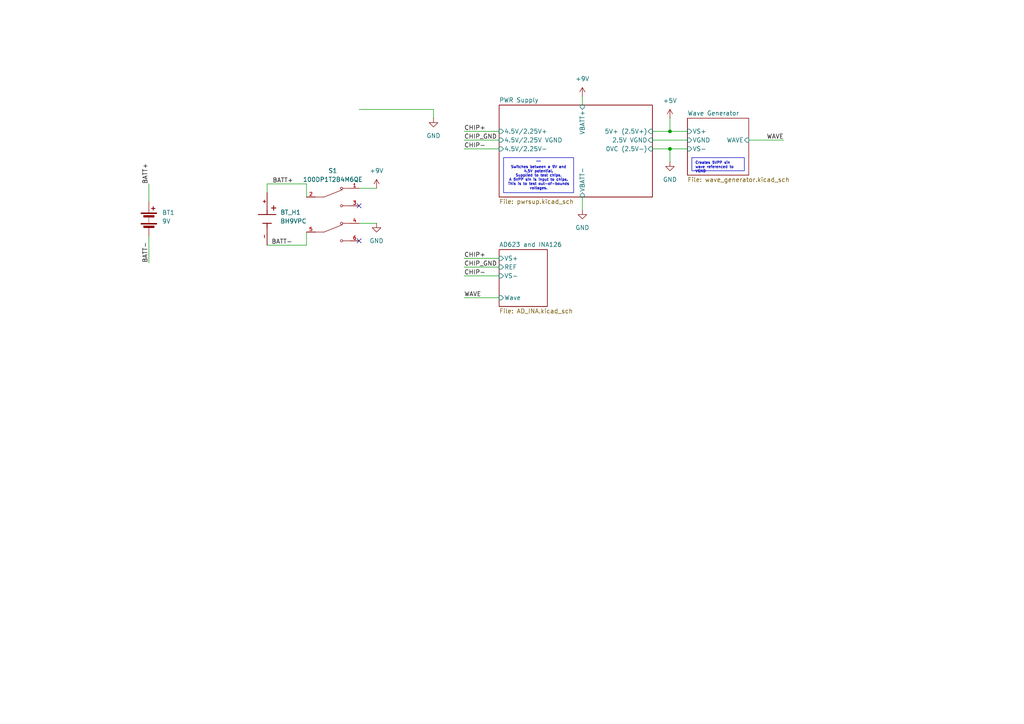
<source format=kicad_sch>
(kicad_sch (version 20250114) (generator "eeschema") (generator_version "9.0")
  (paper "A4")
  (lib_symbols
    (symbol "100DP1T2B4M6QE:100DP1T2B4M6QE" (pin_names (offset 1.016))
      (property "Reference" "S" (at -5.08 10.922 0))
      (property "Value" "100DP1T2B4M6QE" (at -5.08 -11.43 0))
      (symbol "100DP1T2B4M6QE_0_0"
        (polyline (pts (xy -2.54 5.08) (xy -5.08 5.08)) (stroke (width 0.1524)))
        (polyline (pts (xy -2.54 5.08) (xy 2.794 7.2136)) (stroke (width 0.1524)))
        (polyline (pts (xy -2.54 -5.08) (xy -5.08 -5.08)) (stroke (width 0.1524)))
        (polyline (pts (xy -2.54 -5.08) (xy 2.794 -2.9464)) (stroke (width 0.1524)))
        (circle (center 2.54 7.62) (radius 0.3302) (stroke (width 0.1524)))
        (circle (center 2.54 2.54) (radius 0.3302) (stroke (width 0.1524)))
        (circle (center 2.54 -2.54) (radius 0.3302) (stroke (width 0.1524)))
        (circle (center 2.54 -7.62) (radius 0.3302) (stroke (width 0.1524)))
        (polyline (pts (xy 5.08 7.62) (xy 2.921 7.62)) (stroke (width 0.1524)))
        (polyline (pts (xy 5.08 2.54) (xy 2.921 2.54)) (stroke (width 0.1524)))
        (polyline (pts (xy 5.08 -2.54) (xy 2.921 -2.54)) (stroke (width 0.1524)))
        (polyline (pts (xy 5.08 -7.62) (xy 2.921 -7.62)) (stroke (width 0.1524)))
        (pin passive line (at -7.62 5.08 0) (length 2.54) (name "~") (number "2"))
        (pin passive line (at -7.62 -5.08 0) (length 2.54) (name "~") (number "5"))
        (pin passive line (at 7.62 7.62 180) (length 2.54) (name "~") (number "1"))
        (pin passive line (at 7.62 2.54 180) (length 2.54) (name "~") (number "3"))
        (pin passive line (at 7.62 -2.54 180) (length 2.54) (name "~") (number "4"))
        (pin passive line (at 7.62 -7.62 180) (length 2.54) (name "~") (number "6"))
      )
    )
    (symbol "BH9VPC:BH9VPC" (pin_names (offset 1.016))
      (property "Reference" "BT" (at -3.81 3.81 0))
      (property "Value" "BH9VPC" (at -3.81 -5.08 0))
      (symbol "BH9VPC_0_0"
        (polyline (pts (xy -3.81 1.905) (xy -2.54 1.905)) (stroke (width 0.254)))
        (polyline (pts (xy -3.175 2.54) (xy -3.175 1.27)) (stroke (width 0.254)))
        (polyline (pts (xy -1.27 2.54) (xy -1.27 -2.54)) (stroke (width 0.254)))
        (polyline (pts (xy -1.27 0) (xy -2.54 0)) (stroke (width 0.254)))
        (polyline (pts (xy 1.27 1.27) (xy 1.27 -1.27)) (stroke (width 0.254)))
        (polyline (pts (xy 1.27 0) (xy 2.54 0)) (stroke (width 0.254)))
        (pin passive line (at -7.62 0 0) (length 5.08) (name "~") (number "+"))
        (pin passive line (at 7.62 0 180) (length 5.08) (name "~") (number "-"))
      )
    )
    (symbol "Device:Battery" (pin_numbers (hide yes)) (pin_names (offset 0) (hide yes))
      (property "Reference" "BT" (at 2.54 2.54 0))
      (property "Value" "Battery" (at 2.54 0 0))
      (symbol "Battery_0_1"
        (rectangle (start -2.286 1.778) (end 2.286 1.524) (fill (type outline)))
        (rectangle (start -2.286 -1.27) (end 2.286 -1.524) (fill (type outline)))
        (rectangle (start -1.524 1.016) (end 1.524 0.508) (fill (type outline)))
        (rectangle (start -1.524 -2.032) (end 1.524 -2.54) (fill (type outline)))
        (polyline (pts (xy 0 1.778) (xy 0 2.54)))
        (polyline (pts (xy 0 0) (xy 0 0.254)))
        (polyline (pts (xy 0 -0.508) (xy 0 -0.254)))
        (polyline (pts (xy 0 -1.016) (xy 0 -0.762)))
        (polyline (pts (xy 0.762 3.048) (xy 1.778 3.048)) (stroke (width 0.254)))
        (polyline (pts (xy 1.27 3.556) (xy 1.27 2.54)) (stroke (width 0.254)))
      )
      (symbol "Battery_1_1"
        (pin passive line (at 0 5.08 270) (length 2.54) (name "+") (number "1"))
        (pin passive line (at 0 -5.08 90) (length 2.54) (name "-") (number "2"))
      )
    )
    (symbol "power:+5V" (power) (pin_numbers (hide yes)) (pin_names (offset 0) (hide yes))
      (property "Value" "+5V" (at 0 3.556 0))
      (symbol "+5V_0_1"
        (polyline (pts (xy -0.762 1.27) (xy 0 2.54)))
        (polyline (pts (xy 0 2.54) (xy 0.762 1.27)))
        (polyline (pts (xy 0 0) (xy 0 2.54)))
      )
      (symbol "+5V_1_1"
        (pin power_in line (at 0 0 90) (length 0) (name "~") (number "1"))
      )
    )
    (symbol "power:+9V" (power) (pin_numbers (hide yes)) (pin_names (offset 0) (hide yes))
      (property "Value" "+9V" (at 0 3.556 0))
      (symbol "+9V_0_1"
        (polyline (pts (xy -0.762 1.27) (xy 0 2.54)))
        (polyline (pts (xy 0 2.54) (xy 0.762 1.27)))
        (polyline (pts (xy 0 0) (xy 0 2.54)))
      )
      (symbol "+9V_1_1"
        (pin power_in line (at 0 0 90) (length 0) (name "~") (number "1"))
      )
    )
    (symbol "power:GND" (power) (pin_numbers (hide yes)) (pin_names (offset 0) (hide yes))
      (property "Value" "GND" (at 0 -3.81 0))
      (symbol "GND_0_1"
        (polyline (pts (xy 0 0) (xy 0 -1.27) (xy 1.27 -1.27) (xy 0 -2.54) (xy -1.27 -1.27) (xy 0 -1.27)))
      )
      (symbol "GND_1_1"
        (pin power_in line (at 0 0 270) (length 0) (name "~") (number "1"))
      )
    )
  )
  (text_box "Creates 5VPP sin wave referenced to VGND\n" (at 200.66 45.72 0) (size 15.24 3.81) (margins 0.9525 0.9525 0.9525 0.9525) (effects (font (size 0.762 0.762)) (justify left top)))
  (text_box "^^^\nSwitches between a 9V and 4.5V potential.\nSupplied to test chips.\nA 5VPP sin is input to chips. \nThis is to test out-of-bounds voltages.\n\n\n" (at 146.05 45.72 0) (size 20.32 10.16) (margins 0.9525 0.9525 0.9525 0.9525) (effects (font (size 0.762 0.762)) (justify top)))
  (junction (at 194.31 38.1))
  (junction (at 194.31 43.18))
  (no_connect (at 104.14 59.69))
  (no_connect (at 104.14 69.85))
  (wire (pts (xy 217.17 40.64) (xy 227.33 40.64)))
  (wire (pts (xy 194.31 46.99) (xy 194.31 43.18)))
  (wire (pts (xy 189.23 40.64) (xy 199.39 40.64)))
  (wire (pts (xy 88.9 53.34) (xy 88.9 57.15)))
  (wire (pts (xy 194.31 38.1) (xy 199.39 38.1)))
  (wire (pts (xy 194.31 34.29) (xy 194.31 38.1)))
  (wire (pts (xy 194.31 43.18) (xy 199.39 43.18)))
  (wire (pts (xy 168.91 27.94) (xy 168.91 30.48)))
  (wire (pts (xy 144.78 86.36) (xy 134.62 86.36)))
  (wire (pts (xy 134.62 74.93) (xy 144.78 74.93)))
  (wire (pts (xy 43.18 68.58) (xy 43.18 76.2)))
  (wire (pts (xy 189.23 43.18) (xy 194.31 43.18)))
  (wire (pts (xy 134.62 38.1) (xy 144.78 38.1)))
  (wire (pts (xy 43.18 58.42) (xy 43.18 53.34)))
  (wire (pts (xy 77.47 53.34) (xy 88.9 53.34)))
  (wire (pts (xy 134.62 43.18) (xy 144.78 43.18)))
  (wire (pts (xy 104.14 54.61) (xy 109.22 54.61)))
  (wire (pts (xy 134.62 80.01) (xy 144.78 80.01)))
  (wire (pts (xy 88.9 71.12) (xy 88.9 67.31)))
  (wire (pts (xy 104.14 31.75) (xy 125.73 31.75)))
  (wire (pts (xy 168.91 57.15) (xy 168.91 60.96)))
  (wire (pts (xy 77.47 71.12) (xy 88.9 71.12)))
  (wire (pts (xy 109.22 64.77) (xy 104.14 64.77)))
  (wire (pts (xy 189.23 38.1) (xy 194.31 38.1)))
  (wire (pts (xy 134.62 40.64) (xy 144.78 40.64)))
  (wire (pts (xy 125.73 31.75) (xy 125.73 34.29)))
  (wire (pts (xy 134.62 77.47) (xy 144.78 77.47)))
  (wire (pts (xy 77.47 53.34) (xy 77.47 55.88)))
  (label "BATT-" (at 43.18 76.2 90))
  (label "BATT-" (at 78.74 71.12 0))
  (label "CHIP_GND" (at 134.62 77.47 0))
  (label "WAVE" (at 227.33 40.64 180))
  (label "CHIP-" (at 134.62 80.01 0))
  (label "BATT+" (at 85.09 53.34 180))
  (label "CHIP-" (at 134.62 43.18 0))
  (label "CHIP+" (at 134.62 74.93 0))
  (label "CHIP+" (at 134.62 38.1 0))
  (label "CHIP_GND" (at 134.62 40.64 0))
  (label "WAVE" (at 134.62 86.36 0))
  (label "BATT+" (at 43.18 53.34 90))
  (symbol (lib_id "BH9VPC:BH9VPC") (at 77.47 63.5 270) (unit 1)
    (property "Reference" "BT_H1" (at 81.28 61.5949 90) (effects (justify left)))
    (property "Value" "BH9VPC" (at 81.28 64.1349 90) (effects (justify left)))
    (property "Footprint" "BH9VPC:BAT_BH9VPC" (effects (hide yes)))
    (property "PARTREV" "F" (effects (hide yes)))
    (property "STANDARD" "Manufacturer Recommendations" (effects (hide yes)))
    (property "MAXIMUM_PACKAGE_HEIGHT" "20.62mm" (effects (hide yes)))
    (property "MANUFACTURER" "MPD" (effects (hide yes)))
  )
  (symbol (lib_id "power:GND") (at 125.73 34.29 0) (unit 1)
    (property "Reference" "#PWR012" (effects (hide yes)))
    (property "Value" "GND" (at 125.73 39.37 0))
    (property "Description" "Power symbol creates a global label with name \"GND\" , ground" (effects (hide yes)))
  )
  (symbol (lib_id "power:+9V") (at 109.22 54.61 0) (unit 1)
    (property "Reference" "#PWR02" (effects (hide yes)))
    (property "Value" "+9V" (at 109.22 49.53 0))
    (property "Description" "Power symbol creates a global label with name \"+9V\"" (effects (hide yes)))
  )
  (symbol (lib_id "power:+5V") (at 194.31 34.29 0) (unit 1)
    (property "Reference" "#PWR01" (effects (hide yes)))
    (property "Value" "+5V" (at 194.31 29.21 0))
    (property "Description" "Power symbol creates a global label with name \"+5V\"" (effects (hide yes)))
  )
  (symbol (lib_id "power:GND") (at 194.31 46.99 0) (unit 1)
    (property "Reference" "#PWR08" (effects (hide yes)))
    (property "Value" "GND" (at 194.31 52.07 0))
    (property "Description" "Power symbol creates a global label with name \"GND\" , ground" (effects (hide yes)))
  )
  (symbol (lib_id "power:GND") (at 168.91 60.96 0) (unit 1)
    (property "Reference" "#PWR09" (effects (hide yes)))
    (property "Value" "GND" (at 168.91 66.04 0))
    (property "Description" "Power symbol creates a global label with name \"GND\" , ground" (effects (hide yes)))
  )
  (symbol (lib_id "power:GND") (at 109.22 64.77 0) (unit 1)
    (property "Reference" "#PWR010" (effects (hide yes)))
    (property "Value" "GND" (at 109.22 69.85 0))
    (property "Description" "Power symbol creates a global label with name \"GND\" , ground" (effects (hide yes)))
  )
  (symbol (lib_id "power:+9V") (at 168.91 27.94 0) (unit 1)
    (property "Reference" "#PWR06" (effects (hide yes)))
    (property "Value" "+9V" (at 168.91 22.86 0))
    (property "Description" "Power symbol creates a global label with name \"+9V\"" (effects (hide yes)))
  )
  (symbol (lib_id "Device:Battery") (at 43.18 63.5 0) (unit 1) (in_bom no) (on_board no)
    (property "Reference" "BT1" (at 46.99 61.6584 0) (effects (justify left)))
    (property "Value" "9V" (at 46.99 64.1984 0) (effects (justify left)))
    (property "Description" "Multiple-cell battery" (effects (hide yes)))
  )
  (symbol (lib_id "100DP1T2B4M6QE:100DP1T2B4M6QE") (at 96.52 62.23 0) (unit 1)
    (property "Reference" "S1" (at 96.52 49.53 0))
    (property "Value" "100DP1T2B4M6QE" (at 96.52 52.07 0))
    (property "Footprint" "100DP1T2B4M6QE:SW_100DP1T2B4M6QE" (effects (hide yes)))
    (property "PARTREV" "G" (effects (hide yes)))
    (property "MANUFACTURER" "E-switch" (effects (hide yes)))
    (property "MAXIMUM_PACKAGE_HEIGHT" "11.43 mm" (effects (hide yes)))
    (property "STANDARD" "Manufacturer Recommendations" (effects (hide yes)))
  )
  (sheet (at 144.78 72.39) (size 13.97 16.51) (stroke (width 0.1524))
    (property "Sheetname" "AD623 and INA126" (at 144.78 71.6784 0) (effects (justify left bottom)))
    (property "Sheetfile" "AD_INA.kicad_sch" (at 144.78 89.4846 0) (effects (justify left top)))
    (pin "VS+" input (at 144.78 74.93 180))
    (pin "VS-" input (at 144.78 80.01 180))
    (pin "REF" input (at 144.78 77.47 180))
    (pin "Wave" input (at 144.78 86.36 180))
  )
  (sheet (at 144.78 30.48) (size 44.45 26.67) (stroke (width 0.1524))
    (property "Sheetname" "PWR Supply" (at 144.78 29.7684 0) (effects (justify left bottom)))
    (property "Sheetfile" "pwrsup.kicad_sch" (at 144.78 57.7346 0) (effects (justify left top)))
    (pin "VBATT+" input (at 168.91 30.48 90))
    (pin "0VC (2.5V-)" input (at 189.23 43.18 0))
    (pin "2.5V VGND" input (at 189.23 40.64 0))
    (pin "4.5V{slash}2.25V VGND" input (at 144.78 40.64 180))
    (pin "5V+ (2.5V+)" input (at 189.23 38.1 0))
    (pin "VBATT-" input (at 168.91 57.15 270))
    (pin "4.5V{slash}2.25V+" input (at 144.78 38.1 180))
    (pin "4.5V{slash}2.25V-" input (at 144.78 43.18 180))
  )
  (sheet (at 199.39 34.29) (size 17.78 16.51) (stroke (width 0.1524))
    (property "Sheetname" "Wave Generator" (at 199.39 33.5784 0) (effects (justify left bottom)))
    (property "Sheetfile" "wave_generator.kicad_sch" (at 199.39 51.3846 0) (effects (justify left top)))
    (pin "VGND" input (at 199.39 40.64 180))
    (pin "WAVE" input (at 217.17 40.64 0))
    (pin "VS+" input (at 199.39 38.1 180))
    (pin "VS-" input (at 199.39 43.18 180))
  )
)
</source>
